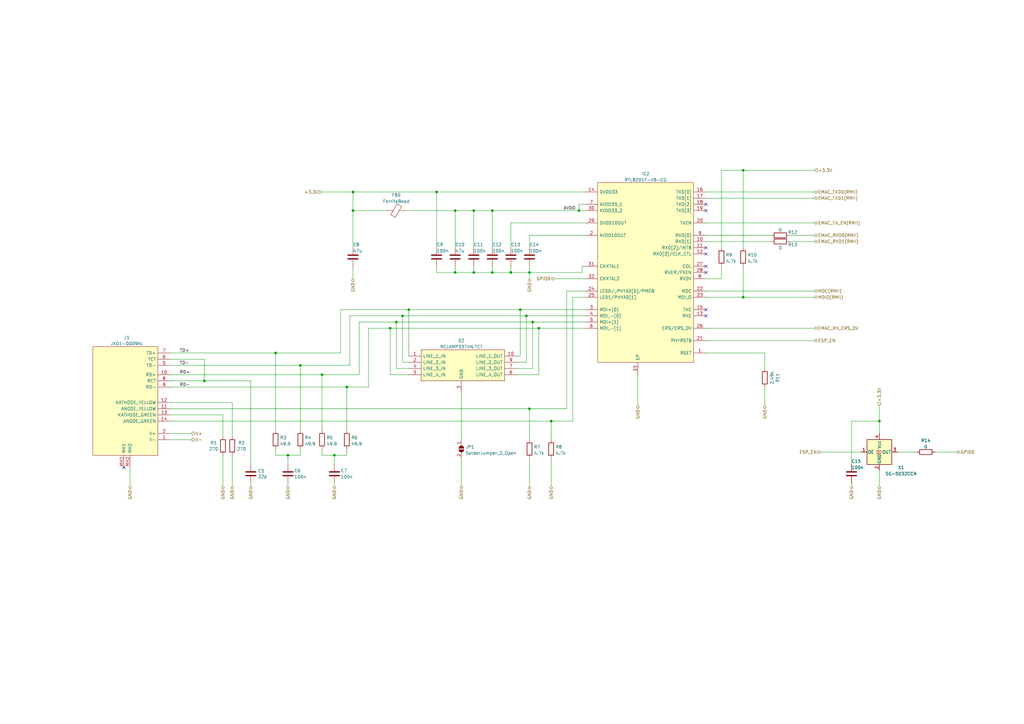
<source format=kicad_sch>
(kicad_sch (version 20211123) (generator eeschema)
  (paper "A3")
  (lib_symbols
    (symbol "Device:C" (pin_numbers hide) (pin_names (offset 0.254))
      (property "Reference" "C" (at 0.635 2.54 0))
      (property "Value" "C" (at 0.635 -2.54 0))
      (symbol "C_0_1"
        (polyline (pts (xy -2.032 -0.762) (xy 2.032 -0.762)) (stroke (width 0.508)))
        (polyline (pts (xy -2.032 0.762) (xy 2.032 0.762)) (stroke (width 0.508)))
      )
      (symbol "C_1_1"
        (pin passive line (at 0 3.81 270) (length 2.794) (name "~") (number "1"))
        (pin passive line (at 0 -3.81 90) (length 2.794) (name "~") (number "2"))
      )
    )
    (symbol "Device:FerriteBead" (pin_numbers hide) (pin_names (offset 0))
      (property "Reference" "FB" (at -3.81 0.635 90))
      (property "Value" "FerriteBead" (at 3.81 0 90))
      (symbol "FerriteBead_0_1"
        (polyline (pts (xy 0 -1.27) (xy 0 -1.2192)))
        (polyline (pts (xy 0 1.27) (xy 0 1.2954)))
        (polyline (pts (xy -2.7686 0.4064) (xy -1.7018 2.2606) (xy 2.7686 -0.3048) (xy 1.6764 -2.159) (xy -2.7686 0.4064)))
      )
      (symbol "FerriteBead_1_1"
        (pin passive line (at 0 3.81 270) (length 2.54) (name "~") (number "1"))
        (pin passive line (at 0 -3.81 90) (length 2.54) (name "~") (number "2"))
      )
    )
    (symbol "Device:R" (pin_numbers hide) (pin_names (offset 0))
      (property "Reference" "R" (at 2.032 0 90))
      (property "Value" "R" (at 0 0 90))
      (symbol "R_0_1"
        (rectangle (start -1.016 -2.54) (end 1.016 2.54) (stroke (width 0.254)))
      )
      (symbol "R_1_1"
        (pin passive line (at 0 3.81 270) (length 1.27) (name "~") (number "1"))
        (pin passive line (at 0 -3.81 90) (length 1.27) (name "~") (number "2"))
      )
    )
    (symbol "Jumper:SolderJumper_2_Open" (pin_names (offset 0) hide)
      (property "Reference" "JP" (at 0 2.032 0))
      (property "Value" "SolderJumper_2_Open" (at 0 -2.54 0))
      (symbol "SolderJumper_2_Open_0_1"
        (arc (start -0.254 1.016) (mid -1.27 0) (end -0.254 -1.016))
        (arc (start -0.254 1.016) (mid -1.27 0) (end -0.254 -1.016) (fill (type outline)))
        (polyline (pts (xy -0.254 1.016) (xy -0.254 -1.016)))
        (polyline (pts (xy 0.254 1.016) (xy 0.254 -1.016)))
        (arc (start 0.254 -1.016) (mid 1.27 0) (end 0.254 1.016))
        (arc (start 0.254 -1.016) (mid 1.27 0) (end 0.254 1.016) (fill (type outline)))
      )
      (symbol "SolderJumper_2_Open_1_1"
        (pin passive line (at -3.81 0 0) (length 2.54) (name "A") (number "1"))
        (pin passive line (at 3.81 0 180) (length 2.54) (name "B") (number "2"))
      )
    )
    (symbol "Oscillator:SG-5032CCN" (pin_names (offset 0.254))
      (property "Reference" "X" (at -5.08 6.35 0))
      (property "Value" "SG-5032CCN" (at 1.27 -6.35 0))
      (symbol "SG-5032CCN_0_1"
        (rectangle (start -5.08 5.08) (end 5.08 -5.08) (stroke (width 0.254)) (fill (type background)))
        (polyline (pts (xy -1.27 -0.762) (xy -1.016 -0.762) (xy -1.016 0.762) (xy -0.508 0.762) (xy -0.508 -0.762) (xy 0 -0.762) (xy 0 0.762) (xy 0.508 0.762) (xy 0.508 -0.762) (xy 0.762 -0.762)))
      )
      (symbol "SG-5032CCN_1_1"
        (pin input line (at -7.62 0 0) (length 2.54) (name "OE") (number "1"))
        (pin power_in line (at 0 -7.62 90) (length 2.54) (name "GND") (number "2"))
        (pin output line (at 7.62 0 180) (length 2.54) (name "OUT") (number "3"))
        (pin power_in line (at 0 7.62 270) (length 2.54) (name "Vcc") (number "4"))
      )
    )
    (symbol "general:JXD1-0009NL" (pin_names (offset 0.762))
      (property "Reference" "J" (at 0 26.67 0))
      (property "Value" "JXD1-0009NL" (at -6.35 24.13 0))
      (symbol "JXD1-0009NL_0_0"
        (pin passive line (at 17.78 -16.51 180) (length 5.08) (name "V-") (number "1"))
        (pin passive line (at 17.78 10.16 180) (length 5.08) (name "RD+") (number "10"))
        (pin passive line (at 17.78 -3.81 180) (length 5.08) (name "ANODE_YELLOW") (number "11"))
        (pin passive line (at 17.78 -1.27 180) (length 5.08) (name "KATHODE_YELLOW") (number "12"))
        (pin passive line (at 17.78 -6.35 180) (length 5.08) (name "KATHODE_GREEN") (number "13"))
        (pin passive line (at 17.78 -8.89 180) (length 5.08) (name "ANODE_GREEN") (number "14"))
        (pin passive line (at 17.78 -13.97 180) (length 5.08) (name "V+") (number "2"))
        (pin passive line (at 17.78 13.97 180) (length 5.08) (name "TD-") (number "5"))
        (pin passive line (at 17.78 16.51 180) (length 5.08) (name "TCT") (number "6"))
        (pin passive line (at 17.78 19.05 180) (length 5.08) (name "TD+") (number "7"))
        (pin passive line (at 17.78 7.62 180) (length 5.08) (name "RCT") (number "8"))
        (pin passive line (at 17.78 5.08 180) (length 5.08) (name "RD-") (number "9"))
        (pin passive line (at -1.27 -27.94 90) (length 5.08) (name "MH1") (number "MH1"))
        (pin passive line (at 1.27 -27.94 90) (length 5.08) (name "MH2") (number "MH2"))
      )
      (symbol "JXD1-0009NL_0_1"
        (polyline (pts (xy -13.97 21.59) (xy 12.7 21.59) (xy 12.7 -22.86) (xy -13.97 -22.86) (xy -13.97 21.59)) (stroke (width 0.1524)) (fill (type background)))
      )
    )
    (symbol "general:RCLAMP3374N.TCT" (pin_names (offset 0.762))
      (property "Reference" "D" (at -0.635 10.16 0))
      (property "Value" "RCLAMP3374N.TCT" (at -8.255 7.62 0))
      (symbol "RCLAMP3374N.TCT_0_0"
        (pin passive line (at -21.59 3.81 0) (length 5.08) (name "LINE_1_IN") (number "1"))
        (pin passive line (at 22.86 3.81 180) (length 5.08) (name "LINE_1_OUT") (number "10"))
        (pin no_connect line (at 1.905 -11.43 90) (length 5.08) hide (name "GND") (number "11"))
        (pin passive line (at 0 -11.43 90) (length 5.08) hide (name "GND") (number "12"))
        (pin no_connect line (at -1.905 -11.43 90) (length 5.08) hide (name "GND") (number "13"))
        (pin passive line (at -21.59 1.27 0) (length 5.08) (name "LINE_2_IN") (number "2"))
        (pin passive line (at 0 -11.43 90) (length 5.08) (name "GND") (number "3"))
        (pin passive line (at -21.59 -1.27 0) (length 5.08) (name "LINE_3_IN") (number "4"))
        (pin passive line (at -21.59 -3.81 0) (length 5.08) (name "LINE_4_IN") (number "5"))
        (pin passive line (at 22.86 -3.81 180) (length 5.08) (name "LINE_4_OUT") (number "6"))
        (pin passive line (at 22.86 -1.27 180) (length 5.08) (name "LINE_3_OUT") (number "7"))
        (pin passive line (at 0 -11.43 90) (length 5.08) hide (name "GND") (number "8"))
        (pin passive line (at 22.86 1.27 180) (length 5.08) (name "LINE_2_OUT") (number "9"))
      )
      (symbol "RCLAMP3374N.TCT_0_1"
        (polyline (pts (xy -16.51 6.35) (xy 17.78 6.35) (xy 17.78 -6.35) (xy -16.51 -6.35) (xy -16.51 6.35)) (stroke (width 0.1524)) (fill (type background)))
      )
    )
    (symbol "general:RTL8201F-VB-CG" (pin_names (offset 0.762))
      (property "Reference" "IC" (at 39.37 34.29 0))
      (property "Value" "RTL8201F-VB-CG" (at 39.37 31.75 0))
      (symbol "RTL8201F-VB-CG_0_0"
        (pin passive line (at 27.94 -34.29 180) (length 5.08) (name "RSET") (number "1"))
        (pin passive line (at 27.94 11.43 180) (length 5.08) (name "RXD[1]") (number "10"))
        (pin passive line (at 27.94 8.89 180) (length 5.08) (name "RXD[2]/INTB") (number "11"))
        (pin passive line (at 27.94 6.35 180) (length 5.08) (name "RXD[3]/CLK_CTL") (number "12"))
        (pin passive line (at 27.94 -19.05 180) (length 5.08) (name "RXC") (number "13"))
        (pin passive line (at -21.59 31.75 0) (length 5.08) (name "DVDD33") (number "14"))
        (pin passive line (at 27.94 -16.51 180) (length 5.08) (name "TXC") (number "15"))
        (pin passive line (at 27.94 31.75 180) (length 5.08) (name "TXD[0]") (number "16"))
        (pin passive line (at 27.94 29.21 180) (length 5.08) (name "TXD[1]") (number "17"))
        (pin passive line (at 27.94 26.67 180) (length 5.08) (name "TXD[2]") (number "18"))
        (pin passive line (at 27.94 24.13 180) (length 5.08) (name "TXD[3]") (number "19"))
        (pin passive line (at -21.59 13.97 0) (length 5.08) (name "AVDD10OUT") (number "2"))
        (pin passive line (at 27.94 19.05 180) (length 5.08) (name "TXEN") (number "20"))
        (pin passive line (at 27.94 -29.21 180) (length 5.08) (name "PHYRSTB") (number "21"))
        (pin passive line (at 27.94 -8.89 180) (length 5.08) (name "MDC") (number "22"))
        (pin passive line (at 27.94 -11.43 180) (length 5.08) (name "MDI_O") (number "23"))
        (pin passive line (at -21.59 -8.89 0) (length 5.08) (name "LED0/_PHYAD[0]/PMEB") (number "24"))
        (pin passive line (at -21.59 -11.43 0) (length 5.08) (name "LED1/PHYAD[1]") (number "25"))
        (pin passive line (at 27.94 -24.13 180) (length 5.08) (name "CRS/CRS_DV") (number "26"))
        (pin passive line (at 27.94 1.27 180) (length 5.08) (name "COL") (number "27"))
        (pin passive line (at 27.94 -1.27 180) (length 5.08) (name "RXER/FXEN") (number "28"))
        (pin passive line (at -21.59 19.05 0) (length 5.08) (name "DVDD10OUT") (number "29"))
        (pin passive line (at -21.59 -16.51 0) (length 5.08) (name "MDI+[0]") (number "3"))
        (pin passive line (at -21.59 24.13 0) (length 5.08) (name "AVDD33_2") (number "30"))
        (pin passive line (at -21.59 1.27 0) (length 5.08) (name "CKXTAL1") (number "31"))
        (pin passive line (at -21.59 -3.81 0) (length 5.08) (name "CKXTAL2") (number "32"))
        (pin passive line (at 0 -43.18 90) (length 5.08) (name "EP") (number "33"))
        (pin passive line (at -21.59 -19.05 0) (length 5.08) (name "MDI_-[0]") (number "4"))
        (pin passive line (at -21.59 -21.59 0) (length 5.08) (name "MDI+[1]") (number "5"))
        (pin passive line (at -21.59 -24.13 0) (length 5.08) (name "MDI_-[1]") (number "6"))
        (pin passive line (at -21.59 26.67 0) (length 5.08) (name "AVDD33_1") (number "7"))
        (pin passive line (at 27.94 -3.81 180) (length 5.08) (name "RXDV") (number "8"))
        (pin passive line (at 27.94 13.97 180) (length 5.08) (name "RXD[0]") (number "9"))
      )
      (symbol "RTL8201F-VB-CG_0_1"
        (polyline (pts (xy -16.51 35.56) (xy 22.86 35.56) (xy 22.86 -38.1) (xy -16.51 -38.1) (xy -16.51 35.56)) (stroke (width 0.1524)) (fill (type background)))
      )
    )
  )
  (junction (at 186.69 86.36))
  (junction (at 237.49 86.36))
  (junction (at 160.02 134.62))
  (junction (at 226.06 172.72))
  (junction (at 304.8 121.92))
  (junction (at 167.64 127))
  (junction (at 186.69 111.76))
  (junction (at 118.11 186.69))
  (junction (at 304.8 69.85))
  (junction (at 132.08 153.67))
  (junction (at 217.17 111.76))
  (junction (at 137.16 186.69))
  (junction (at 144.78 78.74))
  (junction (at 215.9 129.54))
  (junction (at 165.1 129.54))
  (junction (at 217.17 167.64))
  (junction (at 83.82 156.21))
  (junction (at 201.93 111.76))
  (junction (at 220.98 134.62))
  (junction (at 113.03 144.78))
  (junction (at 218.44 132.08))
  (junction (at 209.55 111.76))
  (junction (at 213.36 127))
  (junction (at 360.68 172.72))
  (junction (at 194.31 111.76))
  (junction (at 201.93 86.36))
  (junction (at 194.31 86.36))
  (junction (at 179.07 78.74))
  (junction (at 123.19 149.86))
  (junction (at 144.78 86.36))
  (junction (at 142.24 158.75))
  (junction (at 162.56 132.08))
  (no_connect (at 50.8 191.77))
  (no_connect (at 289.56 101.6))
  (no_connect (at 289.56 104.14))
  (no_connect (at 289.56 129.54))
  (no_connect (at 289.56 127))
  (no_connect (at 289.56 109.22))
  (no_connect (at 289.56 111.76))
  (no_connect (at 289.56 83.82))
  (no_connect (at 289.56 86.36))
  (wire (pts (xy 142.24 186.69) (xy 142.24 184.15)))
  (wire (pts (xy 217.17 167.64) (xy 232.41 167.64)))
  (wire (pts (xy 69.85 165.1) (xy 95.25 165.1)))
  (wire (pts (xy 194.31 111.76) (xy 201.93 111.76)))
  (wire (pts (xy 147.32 132.08) (xy 147.32 153.67)))
  (wire (pts (xy 226.06 187.96) (xy 226.06 199.39)))
  (wire (pts (xy 304.8 69.85) (xy 334.01 69.85)))
  (wire (pts (xy 132.08 186.69) (xy 137.16 186.69)))
  (wire (pts (xy 360.68 166.37) (xy 360.68 172.72)))
  (wire (pts (xy 217.17 187.96) (xy 217.17 199.39)))
  (wire (pts (xy 217.17 111.76) (xy 217.17 114.3)))
  (wire (pts (xy 165.1 148.59) (xy 165.1 129.54)))
  (wire (pts (xy 201.93 86.36) (xy 201.93 101.6)))
  (wire (pts (xy 69.85 149.86) (xy 123.19 149.86)))
  (wire (pts (xy 167.64 153.67) (xy 160.02 153.67)))
  (wire (pts (xy 189.23 187.96) (xy 189.23 199.39)))
  (wire (pts (xy 132.08 153.67) (xy 147.32 153.67)))
  (wire (pts (xy 232.41 119.38) (xy 232.41 167.64)))
  (wire (pts (xy 142.24 158.75) (xy 142.24 176.53)))
  (wire (pts (xy 304.8 109.22) (xy 304.8 121.92)))
  (wire (pts (xy 217.17 111.76) (xy 238.76 111.76)))
  (wire (pts (xy 238.76 111.76) (xy 238.76 109.22)))
  (wire (pts (xy 226.06 172.72) (xy 234.95 172.72)))
  (wire (pts (xy 220.98 153.67) (xy 220.98 134.62)))
  (wire (pts (xy 113.03 186.69) (xy 118.11 186.69)))
  (wire (pts (xy 289.56 134.62) (xy 334.01 134.62)))
  (wire (pts (xy 69.85 172.72) (xy 226.06 172.72)))
  (wire (pts (xy 69.85 158.75) (xy 142.24 158.75)))
  (wire (pts (xy 217.17 109.22) (xy 217.17 111.76)))
  (wire (pts (xy 167.64 151.13) (xy 162.56 151.13)))
  (wire (pts (xy 102.87 198.12) (xy 102.87 199.39)))
  (wire (pts (xy 118.11 198.12) (xy 118.11 199.39)))
  (wire (pts (xy 102.87 156.21) (xy 102.87 190.5)))
  (wire (pts (xy 349.25 172.72) (xy 349.25 190.5)))
  (wire (pts (xy 186.69 109.22) (xy 186.69 111.76)))
  (wire (pts (xy 194.31 109.22) (xy 194.31 111.76)))
  (wire (pts (xy 349.25 198.12) (xy 349.25 199.39)))
  (wire (pts (xy 240.03 91.44) (xy 209.55 91.44)))
  (wire (pts (xy 179.07 111.76) (xy 186.69 111.76)))
  (wire (pts (xy 201.93 109.22) (xy 201.93 111.76)))
  (wire (pts (xy 217.17 167.64) (xy 217.17 180.34)))
  (wire (pts (xy 142.24 158.75) (xy 151.13 158.75)))
  (wire (pts (xy 323.85 96.52) (xy 334.01 96.52)))
  (wire (pts (xy 69.85 167.64) (xy 217.17 167.64)))
  (wire (pts (xy 123.19 149.86) (xy 123.19 176.53)))
  (wire (pts (xy 209.55 111.76) (xy 217.17 111.76)))
  (wire (pts (xy 144.78 78.74) (xy 179.07 78.74)))
  (wire (pts (xy 69.85 147.32) (xy 83.82 147.32)))
  (wire (pts (xy 144.78 78.74) (xy 144.78 86.36)))
  (wire (pts (xy 360.68 177.8) (xy 360.68 172.72)))
  (wire (pts (xy 289.56 139.7) (xy 334.01 139.7)))
  (wire (pts (xy 78.74 180.34) (xy 69.85 180.34)))
  (wire (pts (xy 360.68 193.04) (xy 360.68 199.39)))
  (wire (pts (xy 137.16 186.69) (xy 137.16 190.5)))
  (wire (pts (xy 186.69 86.36) (xy 194.31 86.36)))
  (wire (pts (xy 201.93 111.76) (xy 209.55 111.76)))
  (wire (pts (xy 53.34 191.77) (xy 53.34 199.39)))
  (wire (pts (xy 189.23 161.29) (xy 189.23 180.34)))
  (wire (pts (xy 289.56 114.3) (xy 295.91 114.3)))
  (wire (pts (xy 132.08 78.74) (xy 144.78 78.74)))
  (wire (pts (xy 123.19 149.86) (xy 143.51 149.86)))
  (wire (pts (xy 147.32 132.08) (xy 162.56 132.08)))
  (wire (pts (xy 360.68 172.72) (xy 349.25 172.72)))
  (wire (pts (xy 213.36 127) (xy 240.03 127)))
  (wire (pts (xy 212.09 151.13) (xy 218.44 151.13)))
  (wire (pts (xy 209.55 91.44) (xy 209.55 101.6)))
  (wire (pts (xy 165.1 129.54) (xy 215.9 129.54)))
  (wire (pts (xy 179.07 78.74) (xy 240.03 78.74)))
  (wire (pts (xy 234.95 121.92) (xy 240.03 121.92)))
  (wire (pts (xy 186.69 111.76) (xy 194.31 111.76)))
  (wire (pts (xy 83.82 156.21) (xy 102.87 156.21)))
  (wire (pts (xy 113.03 184.15) (xy 113.03 186.69)))
  (wire (pts (xy 69.85 156.21) (xy 83.82 156.21)))
  (wire (pts (xy 232.41 119.38) (xy 240.03 119.38)))
  (wire (pts (xy 218.44 132.08) (xy 240.03 132.08)))
  (wire (pts (xy 215.9 148.59) (xy 215.9 129.54)))
  (wire (pts (xy 132.08 184.15) (xy 132.08 186.69)))
  (wire (pts (xy 144.78 109.22) (xy 144.78 114.3)))
  (wire (pts (xy 234.95 121.92) (xy 234.95 172.72)))
  (wire (pts (xy 166.37 86.36) (xy 186.69 86.36)))
  (wire (pts (xy 95.25 165.1) (xy 95.25 179.07)))
  (wire (pts (xy 240.03 83.82) (xy 237.49 83.82)))
  (wire (pts (xy 69.85 153.67) (xy 132.08 153.67)))
  (wire (pts (xy 160.02 153.67) (xy 160.02 134.62)))
  (wire (pts (xy 137.16 198.12) (xy 137.16 199.39)))
  (wire (pts (xy 217.17 96.52) (xy 240.03 96.52)))
  (wire (pts (xy 160.02 134.62) (xy 220.98 134.62)))
  (wire (pts (xy 144.78 86.36) (xy 158.75 86.36)))
  (wire (pts (xy 237.49 83.82) (xy 237.49 86.36)))
  (wire (pts (xy 304.8 121.92) (xy 334.01 121.92)))
  (wire (pts (xy 162.56 132.08) (xy 218.44 132.08)))
  (wire (pts (xy 295.91 69.85) (xy 304.8 69.85)))
  (wire (pts (xy 289.56 99.06) (xy 316.23 99.06)))
  (wire (pts (xy 137.16 186.69) (xy 142.24 186.69)))
  (wire (pts (xy 144.78 86.36) (xy 144.78 101.6)))
  (wire (pts (xy 123.19 186.69) (xy 123.19 184.15)))
  (wire (pts (xy 289.56 78.74) (xy 334.01 78.74)))
  (wire (pts (xy 215.9 129.54) (xy 240.03 129.54)))
  (wire (pts (xy 179.07 109.22) (xy 179.07 111.76)))
  (wire (pts (xy 118.11 186.69) (xy 118.11 190.5)))
  (wire (pts (xy 194.31 86.36) (xy 194.31 101.6)))
  (wire (pts (xy 368.3 185.42) (xy 375.92 185.42)))
  (wire (pts (xy 217.17 96.52) (xy 217.17 101.6)))
  (wire (pts (xy 151.13 158.75) (xy 151.13 134.62)))
  (wire (pts (xy 289.56 121.92) (xy 304.8 121.92)))
  (wire (pts (xy 132.08 153.67) (xy 132.08 176.53)))
  (wire (pts (xy 295.91 114.3) (xy 295.91 109.22)))
  (wire (pts (xy 295.91 101.6) (xy 295.91 69.85)))
  (wire (pts (xy 220.98 134.62) (xy 240.03 134.62)))
  (wire (pts (xy 289.56 91.44) (xy 334.01 91.44)))
  (wire (pts (xy 167.64 146.05) (xy 167.64 127)))
  (wire (pts (xy 213.36 146.05) (xy 213.36 127)))
  (wire (pts (xy 91.44 170.18) (xy 91.44 179.07)))
  (wire (pts (xy 383.54 185.42) (xy 392.43 185.42)))
  (wire (pts (xy 218.44 151.13) (xy 218.44 132.08)))
  (wire (pts (xy 139.7 127) (xy 139.7 144.78)))
  (wire (pts (xy 238.76 109.22) (xy 240.03 109.22)))
  (wire (pts (xy 201.93 86.36) (xy 237.49 86.36)))
  (wire (pts (xy 226.06 172.72) (xy 226.06 180.34)))
  (wire (pts (xy 186.69 86.36) (xy 186.69 101.6)))
  (wire (pts (xy 212.09 146.05) (xy 213.36 146.05)))
  (wire (pts (xy 261.62 153.67) (xy 261.62 166.37)))
  (wire (pts (xy 336.55 185.42) (xy 353.06 185.42)))
  (wire (pts (xy 139.7 127) (xy 167.64 127)))
  (wire (pts (xy 237.49 86.36) (xy 240.03 86.36)))
  (wire (pts (xy 151.13 134.62) (xy 160.02 134.62)))
  (wire (pts (xy 212.09 148.59) (xy 215.9 148.59)))
  (wire (pts (xy 227.33 114.3) (xy 240.03 114.3)))
  (wire (pts (xy 69.85 144.78) (xy 113.03 144.78)))
  (wire (pts (xy 313.69 158.75) (xy 313.69 166.37)))
  (wire (pts (xy 313.69 144.78) (xy 313.69 151.13)))
  (wire (pts (xy 304.8 101.6) (xy 304.8 69.85)))
  (wire (pts (xy 162.56 151.13) (xy 162.56 132.08)))
  (wire (pts (xy 323.85 99.06) (xy 334.01 99.06)))
  (wire (pts (xy 289.56 119.38) (xy 334.01 119.38)))
  (wire (pts (xy 91.44 170.18) (xy 69.85 170.18)))
  (wire (pts (xy 118.11 186.69) (xy 123.19 186.69)))
  (wire (pts (xy 209.55 109.22) (xy 209.55 111.76)))
  (wire (pts (xy 194.31 86.36) (xy 201.93 86.36)))
  (wire (pts (xy 179.07 101.6) (xy 179.07 78.74)))
  (wire (pts (xy 212.09 153.67) (xy 220.98 153.67)))
  (wire (pts (xy 143.51 129.54) (xy 165.1 129.54)))
  (wire (pts (xy 113.03 144.78) (xy 113.03 176.53)))
  (wire (pts (xy 69.85 177.8) (xy 78.74 177.8)))
  (wire (pts (xy 113.03 144.78) (xy 139.7 144.78)))
  (wire (pts (xy 95.25 186.69) (xy 95.25 199.39)))
  (wire (pts (xy 167.64 148.59) (xy 165.1 148.59)))
  (wire (pts (xy 289.56 81.28) (xy 334.01 81.28)))
  (wire (pts (xy 83.82 156.21) (xy 83.82 147.32)))
  (wire (pts (xy 143.51 129.54) (xy 143.51 149.86)))
  (wire (pts (xy 289.56 96.52) (xy 316.23 96.52)))
  (wire (pts (xy 167.64 127) (xy 213.36 127)))
  (wire (pts (xy 289.56 144.78) (xy 313.69 144.78)))
  (wire (pts (xy 91.44 186.69) (xy 91.44 199.39)))
  (label "RD+" (at 73.66 153.67 0))
  (label "TD-" (at 73.66 149.86 0))
  (label "AVDD" (at 231.14 86.36 0))
  (label "TD+" (at 73.66 144.78 0))
  (label "RD-" (at 73.66 158.75 0))
  (hierarchical_label "EMAC_RXD1(RMII)" (shape bidirectional) (at 334.01 99.06 0))
  (hierarchical_label "EMAC_RX_CRS_DV" (shape bidirectional) (at 334.01 134.62 0))
  (hierarchical_label "EMAC_TXD0(RMII)" (shape bidirectional) (at 334.01 78.74 0))
  (hierarchical_label "GND" (shape bidirectional) (at 217.17 199.39 270))
  (hierarchical_label "GND" (shape bidirectional) (at 261.62 166.37 270))
  (hierarchical_label "EMAC_TXD1(RMII)" (shape bidirectional) (at 334.01 81.28 0))
  (hierarchical_label "EMAC_TX_EN(RMII)" (shape bidirectional) (at 334.01 91.44 0))
  (hierarchical_label "ESP_EN" (shape bidirectional) (at 334.01 139.7 0))
  (hierarchical_label "GND" (shape bidirectional) (at 144.78 114.3 270))
  (hierarchical_label "GND" (shape bidirectional) (at 95.25 199.39 270))
  (hierarchical_label "V-" (shape output) (at 78.74 180.34 0))
  (hierarchical_label "EMAC_RXD0(RMII)" (shape bidirectional) (at 334.01 96.52 0))
  (hierarchical_label "V+" (shape output) (at 78.74 177.8 0))
  (hierarchical_label "GND" (shape bidirectional) (at 349.25 199.39 270))
  (hierarchical_label "GPIO0" (shape bidirectional) (at 392.43 185.42 0))
  (hierarchical_label "GND" (shape bidirectional) (at 189.23 199.39 270))
  (hierarchical_label "MDC(RMII)" (shape bidirectional) (at 334.01 119.38 0))
  (hierarchical_label "GND" (shape bidirectional) (at 226.06 199.39 270))
  (hierarchical_label "GND" (shape bidirectional) (at 360.68 199.39 270))
  (hierarchical_label "+3.3V" (shape input) (at 360.68 166.37 90))
  (hierarchical_label "GND" (shape bidirectional) (at 217.17 114.3 270))
  (hierarchical_label "GND" (shape bidirectional) (at 102.87 199.39 270))
  (hierarchical_label "GND" (shape bidirectional) (at 313.69 166.37 270))
  (hierarchical_label "MDIO(RMII)" (shape bidirectional) (at 334.01 121.92 0))
  (hierarchical_label "ESP_EN" (shape bidirectional) (at 336.55 185.42 180))
  (hierarchical_label "GND" (shape bidirectional) (at 53.34 199.39 270))
  (hierarchical_label "+3.3V" (shape input) (at 132.08 78.74 180))
  (hierarchical_label "GND" (shape bidirectional) (at 91.44 199.39 270))
  (hierarchical_label "GPIO0" (shape bidirectional) (at 227.33 114.3 180))
  (hierarchical_label "GND" (shape bidirectional) (at 118.11 199.39 270))
  (hierarchical_label "GND" (shape bidirectional) (at 137.16 199.39 270))
  (hierarchical_label "+3.3V" (shape input) (at 334.01 69.85 0))
  (symbol (lib_id "Device:R") (at 95.25 182.88 180) (unit 1)
    (property "Reference" "R2" (at 99.06 181.61 0))
    (property "Value" "270" (at 99.06 184.15 0))
    (property "Footprint" "Resistor_SMD:R_0603_1608Metric" (effects hide))
    (property "jlc" "C22966" (effects hide))
    (property "Manufacturer_Part_Number" "0603WAF2700T5E" (effects hide))
  )
  (symbol (lib_id "Device:R") (at 91.44 182.88 180) (unit 1)
    (property "Reference" "R1" (at 87.63 181.61 0))
    (property "Value" "270" (at 87.63 184.15 0))
    (property "Footprint" "Resistor_SMD:R_0603_1608Metric" (effects hide))
    (property "jlc" "C22966" (effects hide))
    (property "Manufacturer_Part_Number" "0603WAF2700T5E" (effects hide))
  )
  (symbol (lib_id "Device:R") (at 313.69 154.94 180) (unit 1)
    (property "Reference" "R11" (at 318.9478 154.94 90))
    (property "Value" "2.49k" (at 316.6364 154.94 90))
    (property "Footprint" "Resistor_SMD:R_0603_1608Metric" (effects hide))
    (property "jlc" "C22908" (effects hide))
    (property "Manufacturer_Part_Number" "0603WAF2491T5E" (effects hide))
  )
  (symbol (lib_id "Device:C") (at 102.87 194.31 0) (unit 1)
    (property "Reference" "C5" (at 105.791 193.1416 0) (effects (justify left)))
    (property "Value" "22p" (at 105.791 195.453 0) (effects (justify left)))
    (property "Footprint" "Capacitor_SMD:C_0603_1608Metric" (effects hide))
    (property "jlc" "C1653" (effects hide))
    (property "Manufacturer_Part_Number" "CL10C220JB8NNNC" (effects hide))
  )
  (symbol (lib_id "Device:R") (at 142.24 180.34 0) (unit 1)
    (property "Reference" "R6" (at 144.018 179.5053 0) (effects (justify left)))
    (property "Value" "49.9" (at 144.018 182.0422 0) (effects (justify left)))
    (property "Footprint" "Resistor_SMD:R_0603_1608Metric" (effects hide))
    (property "Manufacturer_Part_Number" "0603WAF499JT5E" (effects hide))
    (property "jlc" "C23185" (effects hide))
  )
  (symbol (lib_id "general:RCLAMP3374N.TCT") (at 189.23 149.86 0) (unit 1)
    (property "Reference" "D2" (at 189.23 139.7 0))
    (property "Value" "RCLAMP3374N.TCT" (at 189.23 142.24 0))
    (property "Footprint" "RCLAMP3374NTCT" (effects hide))
    (property "Datasheet" "https://datasheet.datasheetarchive.com/originals/distributors/Datasheets-DGA26/1843949.pdf" (effects hide))
    (property "Description" "ESD Suppressors / TVS Diodes RCLAMP3374N" (effects hide))
    (property "Height" "0.65" (effects hide))
    (property "Manufacturer_Name" "SEMTECH" (effects hide))
    (property "Manufacturer_Part_Number" "TPRCLAMP3374N" (effects hide))
    (property "Mouser Part Number" "947-RCLAMP3374N.TCT" (effects hide))
    (property "Mouser Price/Stock" "https://www.mouser.co.uk/ProductDetail/Semtech/RCLAMP3374NTCT?qs=rBWM4%252BvDhId22Qnew5A%2FXw%3D%3D" (effects hide))
    (property "Arrow Part Number" "RCLAMP3374N.TCT" (effects hide))
    (property "Arrow Price/Stock" "https://www.arrow.com/en/products/rclamp3374n.tct/semtech" (effects hide))
    (property "jlc" "C2901308" (effects hide))
  )
  (symbol (lib_id "Device:R") (at 132.08 180.34 0) (unit 1)
    (property "Reference" "R5" (at 133.858 179.5053 0) (effects (justify left)))
    (property "Value" "49.9" (at 133.858 182.0422 0) (effects (justify left)))
    (property "Footprint" "Resistor_SMD:R_0603_1608Metric" (effects hide))
    (property "Manufacturer_Part_Number" "0603WAF499JT5E" (effects hide))
    (property "jlc" "C23185" (effects hide))
  )
  (symbol (lib_id "Device:R") (at 304.8 105.41 0) (unit 1)
    (property "Reference" "R10" (at 306.578 104.5753 0) (effects (justify left)))
    (property "Value" "4.7k" (at 306.578 107.1122 0) (effects (justify left)))
    (property "Footprint" "Resistor_SMD:R_0603_1608Metric" (effects hide))
    (property "Manufacturer_Part_Number" "0603WAF4701T5E" (effects hide))
    (property "jlc" "C23162" (effects hide))
  )
  (symbol (lib_id "Device:C") (at 144.78 105.41 0) (unit 1)
    (property "Reference" "C8" (at 144.78 100.33 0) (effects (justify left)))
    (property "Value" "47u" (at 144.78 102.87 0) (effects (justify left)))
    (property "Footprint" "Capacitor_SMD:C_0603_1608Metric" (effects hide))
    (property "jlc" "C730416" (effects hide))
    (property "Manufacturer_Part_Number" "CL10A476MQ8QRNC" (effects hide))
  )
  (symbol (lib_id "Device:C") (at 217.17 105.41 0) (unit 1)
    (property "Reference" "C14" (at 217.17 100.33 0) (effects (justify left)))
    (property "Value" "100n" (at 217.17 102.87 0) (effects (justify left)))
    (property "Footprint" "Capacitor_SMD:C_0603_1608Metric" (effects hide))
    (property "jlc" "C14663" (effects hide))
    (property "Manufacturer_Part_Number" "CC0603KRX7R9BB104" (effects hide))
  )
  (symbol (lib_id "Device:R") (at 217.17 184.15 0) (unit 1)
    (property "Reference" "R7" (at 218.948 183.3153 0) (effects (justify left)))
    (property "Value" "4.7k" (at 218.948 185.8522 0) (effects (justify left)))
    (property "Footprint" "Resistor_SMD:R_0603_1608Metric" (effects hide))
    (property "Manufacturer_Part_Number" "0603WAF4701T5E" (effects hide))
    (property "jlc" "C23162" (effects hide))
  )
  (symbol (lib_id "general:RTL8201F-VB-CG") (at 261.62 110.49 0) (unit 1)
    (property "Reference" "IC2" (at 264.795 71.281 0))
    (property "Value" "RTL8201F-VB-CG" (at 264.795 73.8179 0))
    (property "Footprint" "Package_DFN_QFN:QFN-32-1EP_5x5mm_P0.5mm_EP3.6x3.6mm_ThermalVias" (effects hide))
    (property "Datasheet" "https://pdf1.alldatasheet.com/datasheet-pdf/view/1132250/REALTEK/RTL8201F-VB-CG.html" (effects hide))
    (property "Description" "RTL8201F Series 3.63 V Single Chip/Port 10/100 M Ethernet Phyceiver w/ auto MDIX" (effects hide))
    (property "Height" "1" (effects hide))
    (property "Manufacturer_Name" "Realtek" (effects hide))
    (property "Manufacturer_Part_Number" "RTL8201F-VB-CG" (effects hide))
    (property "jlc" "C45044" (effects hide))
  )
  (symbol (lib_id "Device:R") (at 379.73 185.42 90) (unit 1)
    (property "Reference" "R14" (at 379.73 180.7042 90))
    (property "Value" "0" (at 379.73 183.2411 90))
    (property "Footprint" "Resistor_SMD:R_0603_1608Metric" (effects hide))
    (property "Manufacturer_Part_Number" "0603WAF0000T5E" (effects hide))
    (property "jlc" "C21189" (effects hide))
  )
  (symbol (lib_id "Device:C") (at 194.31 105.41 0) (unit 1)
    (property "Reference" "C11" (at 194.31 100.33 0) (effects (justify left)))
    (property "Value" "100n" (at 194.31 102.87 0) (effects (justify left)))
    (property "Footprint" "Capacitor_SMD:C_0603_1608Metric" (effects hide))
    (property "jlc" "C14663" (effects hide))
    (property "Manufacturer_Part_Number" "CC0603KRX7R9BB104" (effects hide))
  )
  (symbol (lib_id "Device:R") (at 320.04 96.52 90) (unit 1)
    (property "Reference" "R12" (at 325.12 95.25 90))
    (property "Value" "0" (at 320.04 94.3411 90))
    (property "Footprint" "Resistor_SMD:R_0603_1608Metric" (effects hide))
    (property "Manufacturer_Part_Number" "0603WAF0000T5E" (effects hide))
    (property "jlc" "C21189" (effects hide))
  )
  (symbol (lib_id "Device:C") (at 137.16 194.31 0) (unit 1)
    (property "Reference" "C7" (at 139.7 193.04 0) (effects (justify left)))
    (property "Value" "100n" (at 139.7 195.58 0) (effects (justify left)))
    (property "Footprint" "Capacitor_SMD:C_0603_1608Metric" (effects hide))
    (property "jlc" "C14663" (effects hide))
    (property "Manufacturer_Part_Number" "CC0603KRX7R9BB104" (effects hide))
  )
  (symbol (lib_id "Device:C") (at 179.07 105.41 0) (unit 1)
    (property "Reference" "C9" (at 179.07 100.33 0) (effects (justify left)))
    (property "Value" "100n" (at 179.07 102.87 0) (effects (justify left)))
    (property "Footprint" "Capacitor_SMD:C_0603_1608Metric" (effects hide))
    (property "jlc" "C14663" (effects hide))
    (property "Manufacturer_Part_Number" "CC0603KRX7R9BB104" (effects hide))
  )
  (symbol (lib_id "Device:C") (at 186.69 105.41 0) (unit 1)
    (property "Reference" "C10" (at 186.69 100.33 0) (effects (justify left)))
    (property "Value" "47u" (at 186.69 102.87 0) (effects (justify left)))
    (property "Footprint" "Capacitor_SMD:C_0603_1608Metric" (effects hide))
    (property "jlc" "C730416" (effects hide))
    (property "Manufacturer_Part_Number" "CL10A476MQ8QRNC" (effects hide))
  )
  (symbol (lib_id "Device:C") (at 201.93 105.41 0) (unit 1)
    (property "Reference" "C12" (at 201.93 100.33 0) (effects (justify left)))
    (property "Value" "100n" (at 201.93 102.87 0) (effects (justify left)))
    (property "Footprint" "Capacitor_SMD:C_0603_1608Metric" (effects hide))
    (property "jlc" "C14663" (effects hide))
    (property "Manufacturer_Part_Number" "CC0603KRX7R9BB104" (effects hide))
  )
  (symbol (lib_id "Device:R") (at 226.06 184.15 0) (unit 1)
    (property "Reference" "R8" (at 227.838 183.3153 0) (effects (justify left)))
    (property "Value" "4.7k" (at 227.838 185.8522 0) (effects (justify left)))
    (property "Footprint" "Resistor_SMD:R_0603_1608Metric" (effects hide))
    (property "Manufacturer_Part_Number" "0603WAF4701T5E" (effects hide))
    (property "jlc" "C23162" (effects hide))
  )
  (symbol (lib_id "Device:C") (at 209.55 105.41 0) (unit 1)
    (property "Reference" "C13" (at 209.55 100.33 0) (effects (justify left)))
    (property "Value" "100n" (at 209.55 102.87 0) (effects (justify left)))
    (property "Footprint" "Capacitor_SMD:C_0603_1608Metric" (effects hide))
    (property "jlc" "C14663" (effects hide))
    (property "Manufacturer_Part_Number" "CC0603KRX7R9BB104" (effects hide))
  )
  (symbol (lib_id "Device:R") (at 320.04 99.06 90) (unit 1)
    (property "Reference" "R13" (at 325.12 100.33 90))
    (property "Value" "0" (at 320.04 101.6 90))
    (property "Footprint" "Resistor_SMD:R_0603_1608Metric" (effects hide))
    (property "Manufacturer_Part_Number" "0603WAF0000T5E" (effects hide))
    (property "jlc" "C21189" (effects hide))
  )
  (symbol (lib_id "Device:R") (at 123.19 180.34 0) (unit 1)
    (property "Reference" "R4" (at 124.968 179.5053 0) (effects (justify left)))
    (property "Value" "49.9" (at 124.968 182.0422 0) (effects (justify left)))
    (property "Footprint" "Resistor_SMD:R_0603_1608Metric" (effects hide))
    (property "Manufacturer_Part_Number" "0603WAF499JT5E" (effects hide))
    (property "jlc" "C23185" (effects hide))
  )
  (symbol (lib_id "general:JXD1-0009NL") (at 52.07 163.83 0) (unit 1)
    (property "Reference" "J1" (at 52.07 138.4331 0))
    (property "Value" "JXD1-0009NL" (at 52.07 140.97 0))
    (property "Footprint" "general:JXD10009NL" (effects hide))
    (property "Datasheet" "https://datasheet.datasheetarchive.com/originals/dk/DKDS-10/182209.pdf" (effects hide))
    (property "Description" "Modular Connectors / Ethernet Connectors 100BaseTX 1x1 Tab Up Grn/Ylw LEDs PoE" (effects hide))
    (property "Height" "14.05" (effects hide))
    (property "Manufacturer_Name" "Pulse" (effects hide))
    (property "Manufacturer_Part_Number" "JXD1-0009NL" (effects hide))
    (property "Mouser Part Number" "673-JXD1-0009NL" (effects hide))
    (property "Arrow Part Number" "JXD1-0009NL" (effects hide))
  )
  (symbol (lib_id "Device:FerriteBead") (at 162.56 86.36 90) (unit 1)
    (property "Reference" "FB5" (at 162.5092 80.0186 90))
    (property "Value" "FerriteBead" (at 162.5092 82.5555 90))
    (property "Footprint" "Inductor_SMD:L_0805_2012Metric" (effects hide))
    (property "jlc" "C98308" (effects hide))
    (property "Manufacturer_Part_Number" "UPZ2012E601-2R0TF" (effects hide))
  )
  (symbol (lib_id "Device:C") (at 118.11 194.31 0) (unit 1)
    (property "Reference" "C6" (at 120.65 193.04 0) (effects (justify left)))
    (property "Value" "100n" (at 120.65 195.58 0) (effects (justify left)))
    (property "Footprint" "Capacitor_SMD:C_0603_1608Metric" (effects hide))
    (property "jlc" "C14663" (effects hide))
    (property "Manufacturer_Part_Number" "CC0603KRX7R9BB104" (effects hide))
  )
  (symbol (lib_id "Jumper:SolderJumper_2_Open") (at 189.23 184.15 270) (unit 1)
    (property "Reference" "JP1" (at 190.881 183.3153 90) (effects (justify left)))
    (property "Value" "SolderJumper_2_Open" (at 190.881 185.8522 90) (effects (justify left)))
    (property "Footprint" "Jumper:SolderJumper-2_P1.3mm_Open_RoundedPad1.0x1.5mm" (effects hide))
  )
  (symbol (lib_id "Device:C") (at 349.25 194.31 0) (unit 1)
    (property "Reference" "C15" (at 349.25 189.23 0) (effects (justify left)))
    (property "Value" "100n" (at 349.25 191.77 0) (effects (justify left)))
    (property "Footprint" "Capacitor_SMD:C_0603_1608Metric" (effects hide))
    (property "jlc" "C14663" (effects hide))
    (property "Manufacturer_Part_Number" "CC0603KRX7R9BB104" (effects hide))
  )
  (symbol (lib_id "Device:R") (at 113.03 180.34 0) (unit 1)
    (property "Reference" "R3" (at 114.808 179.5053 0) (effects (justify left)))
    (property "Value" "49.9" (at 114.808 182.0422 0) (effects (justify left)))
    (property "Footprint" "Resistor_SMD:R_0603_1608Metric" (effects hide))
    (property "Manufacturer_Part_Number" "0603WAF499JT5E" (effects hide))
    (property "jlc" "C23185" (effects hide))
  )
  (symbol (lib_id "Oscillator:SG-5032CCN") (at 360.68 185.42 0) (unit 1)
    (property "Reference" "X1" (at 369.57 191.7731 0))
    (property "Value" "SG-5032CCN" (at 369.57 194.31 0))
    (property "Footprint" "Oscillator:Oscillator_SMD_SeikoEpson_SG8002LB-4Pin_5.0x3.2mm" (effects hide))
    (property "Datasheet" "https://support.epson.biz/td/api/doc_check.php?dl=brief_SG5032CCN&lang=en" (effects hide))
    (property "Manufacturer_Part_Number" "S5D50.000000B20F30T" (effects hide))
    (property "jlc" "C387308" (effects hide))
  )
  (symbol (lib_id "Device:R") (at 295.91 105.41 0) (unit 1)
    (property "Reference" "R9" (at 297.688 104.5753 0) (effects (justify left)))
    (property "Value" "4.7k" (at 297.688 107.1122 0) (effects (justify left)))
    (property "Footprint" "Resistor_SMD:R_0603_1608Metric" (effects hide))
    (property "Manufacturer_Part_Number" "0603WAF4701T5E" (effects hide))
    (property "jlc" "C23162" (effects hide))
  )
)
</source>
